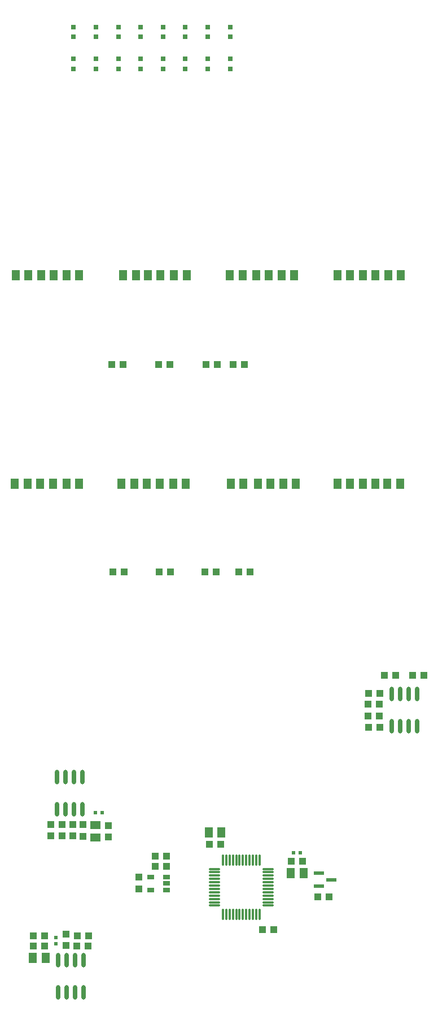
<source format=gtp>
%FSDAX24Y24*%
%MOIN*%
%SFA1B1*%

%IPPOS*%
%ADD10R,0.043300X0.039400*%
%ADD11R,0.051200X0.059100*%
%ADD12R,0.031500X0.031500*%
%ADD13R,0.023600X0.019700*%
%ADD14R,0.039400X0.043300*%
%ADD15R,0.059100X0.051200*%
%ADD16O,0.023600X0.086600*%
%ADD17R,0.019700X0.023600*%
%ADD18O,0.011800X0.070900*%
%ADD19O,0.070900X0.011800*%
%ADD20R,0.043300X0.025600*%
%ADD21R,0.059100X0.023600*%
%LNde-140824-1*%
%LPD*%
G54D10*
X024235Y057400D03*
X023565D03*
X021965D03*
X022635D03*
X019165D03*
X019835D03*
X016415D03*
X017085D03*
X019215Y045150D03*
X019885D03*
X024585D03*
X023915D03*
X012815Y029600D03*
X013485D03*
X012815Y030250D03*
X013485D03*
X025985Y024050D03*
X025315D03*
X022165Y029100D03*
X022835D03*
X027015Y028100D03*
X027685D03*
X031565Y038000D03*
X032235D03*
X012435Y023100D03*
X011765D03*
X012435Y023700D03*
X011765D03*
X014331Y023100D03*
X015000D03*
X014365Y023700D03*
X015035D03*
X034835Y039050D03*
X034165D03*
X032515D03*
X033185D03*
X031565Y036000D03*
X032235D03*
X019635Y028400D03*
X018965D03*
X019635Y027800D03*
X018965D03*
X028565Y026000D03*
X029235D03*
X016465Y045150D03*
X017135D03*
X021915D03*
X022585D03*
G54D11*
X012176Y050350D03*
X012924D03*
X016976D03*
X017724D03*
X032676D03*
X033424D03*
X031226D03*
X031974D03*
X029726D03*
X030474D03*
X022126Y029800D03*
X022874D03*
X026976Y027400D03*
X027724D03*
X012500Y022400D03*
X011752D03*
X011474Y062650D03*
X010726D03*
X012974D03*
X012226D03*
X014474D03*
X013726D03*
X010676Y050350D03*
X011424D03*
X013726D03*
X014474D03*
X017824Y062650D03*
X017076D03*
X019274D03*
X018526D03*
X020824D03*
X020076D03*
X024124D03*
X023376D03*
X025674D03*
X024926D03*
X027174D03*
X026426D03*
X019224Y050350D03*
X018476D03*
X020774D03*
X020026D03*
X030474Y062650D03*
X029726D03*
X031974D03*
X031226D03*
X033474D03*
X032726D03*
X026526Y050350D03*
X027274D03*
X025774D03*
X025026D03*
X023426D03*
X024174D03*
G54D12*
X019430Y074833D03*
Y075424D03*
X014150Y074833D03*
Y075424D03*
Y077300D03*
Y076709D03*
X020750Y074833D03*
Y075424D03*
X015470Y074833D03*
Y075424D03*
X020750Y077300D03*
Y076709D03*
X015470Y077300D03*
Y076709D03*
X022070Y074833D03*
Y075424D03*
X016790Y074833D03*
Y075424D03*
Y077300D03*
Y076709D03*
X023390Y074833D03*
Y075424D03*
X018110Y074833D03*
Y075424D03*
X023390Y077300D03*
Y076709D03*
X018110Y077300D03*
Y076709D03*
X019430Y077300D03*
Y076709D03*
X022070Y077300D03*
Y076709D03*
G54D13*
X015453Y030950D03*
X015847D03*
X027153Y028600D03*
X027547D03*
G54D14*
X016200Y029515D03*
Y030185D03*
X014700Y029565D03*
Y030235D03*
X014100Y030250D03*
Y029581D03*
X018000Y027135D03*
Y026465D03*
X032200Y037335D03*
Y036665D03*
X031546D03*
Y037335D03*
X013700Y023800D03*
Y023131D03*
G54D15*
X015450Y029476D03*
Y030224D03*
G54D16*
X014669Y033045D03*
X014169D03*
X013669D03*
X013169D03*
X014669Y031155D03*
X014169D03*
X013669D03*
X013169D03*
X032950Y036055D03*
X033450D03*
X033950D03*
X034450D03*
X032950Y037945D03*
X033450D03*
X033950D03*
X034450D03*
X014750Y022245D03*
X014250D03*
X013750D03*
X013250D03*
X014750Y020355D03*
X014250D03*
X013750D03*
X013250D03*
G54D17*
X013100Y023597D03*
Y023203D03*
G54D18*
X025133Y024956D03*
X024936D03*
X024739D03*
X024542D03*
X024345D03*
X024148D03*
X023952D03*
X023755D03*
X023558D03*
X023361D03*
X023164D03*
X022967D03*
Y028144D03*
X023164D03*
X023361D03*
X023558D03*
X023755D03*
X023952D03*
X024148D03*
X024345D03*
X024542D03*
X024739D03*
X024936D03*
X025133D03*
G54D19*
X022456Y025467D03*
Y025664D03*
Y025861D03*
Y026058D03*
Y026255D03*
Y026452D03*
Y026648D03*
Y026845D03*
Y027042D03*
Y027239D03*
Y027436D03*
Y027633D03*
X025644D03*
Y027436D03*
Y027239D03*
Y027042D03*
Y026845D03*
Y026648D03*
Y026452D03*
Y026255D03*
Y026058D03*
Y025861D03*
Y025664D03*
Y025467D03*
G54D20*
X019645Y026400D03*
Y026774D03*
Y027148D03*
X018700D03*
Y026400D03*
G54D21*
X028626Y027374D03*
Y026626D03*
X029374Y027000D03*
M02*
</source>
